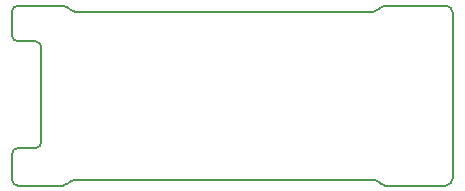
<source format=gm1>
%TF.GenerationSoftware,KiCad,Pcbnew,7.0.11*%
%TF.CreationDate,2025-12-26T11:46:50-08:00*%
%TF.ProjectId,uart-friend-c,75617274-2d66-4726-9965-6e642d632e6b,rev?*%
%TF.SameCoordinates,PX9765530PY6521e48*%
%TF.FileFunction,Profile,NP*%
%FSLAX46Y46*%
G04 Gerber Fmt 4.6, Leading zero omitted, Abs format (unit mm)*
G04 Created by KiCad (PCBNEW 7.0.11) date 2025-12-26 11:46:50*
%MOMM*%
%LPD*%
G01*
G04 APERTURE LIST*
%TA.AperFunction,Profile*%
%ADD10C,0.150000*%
%TD*%
G04 APERTURE END LIST*
D10*
X1084013Y1455987D02*
X1201987Y1592013D01*
X-3175000Y4453000D02*
G75*
G03*
X-3675000Y3953000I0J-500000D01*
G01*
X1651000Y16002000D02*
X26924000Y16002000D01*
X33020000Y16510000D02*
X27940000Y16510000D01*
X27940000Y1270000D02*
X33020000Y1270000D01*
X635000Y1270000D02*
G75*
G03*
X1084013Y1455987I0J635000D01*
G01*
X1201987Y16187987D02*
X1084013Y16324013D01*
X27490987Y1455987D02*
G75*
G03*
X27940000Y1270000I449013J449013D01*
G01*
X1201987Y16187987D02*
G75*
G03*
X1651000Y16002000I449013J449013D01*
G01*
X1651000Y1778000D02*
G75*
G03*
X1201987Y1592013I0J-635000D01*
G01*
X33655000Y15875000D02*
G75*
G03*
X33020000Y16510000I-635000J0D01*
G01*
X27373013Y1592013D02*
G75*
G03*
X26924000Y1778000I-449013J-449013D01*
G01*
X33020000Y1270000D02*
G75*
G03*
X33655000Y1905000I0J635000D01*
G01*
X27940000Y16510000D02*
G75*
G03*
X27490987Y16324013I0J-635000D01*
G01*
X33655000Y1905000D02*
X33655000Y15875000D01*
X27490987Y16324013D02*
X27373013Y16187987D01*
X-3175000Y13470000D02*
X-1675000Y13470000D01*
X-1675000Y4453000D02*
G75*
G03*
X-1175000Y4953000I0J500000D01*
G01*
X26924000Y16002000D02*
G75*
G03*
X27373013Y16187987I0J635000D01*
G01*
X-1175000Y4953000D02*
X-1175000Y12970000D01*
X-3175000Y1270000D02*
X635000Y1270000D01*
X1084013Y16324013D02*
G75*
G03*
X635000Y16510000I-449013J-449013D01*
G01*
X-3675000Y3953000D02*
X-3675000Y1770000D01*
X27373013Y1592013D02*
X27490987Y1455987D01*
X26924000Y1778000D02*
X1651000Y1778000D01*
X-1175000Y12970000D02*
G75*
G03*
X-1675000Y13470000I-500000J0D01*
G01*
X-3675000Y1770000D02*
G75*
G03*
X-3175000Y1270000I500000J0D01*
G01*
X-1675000Y4453000D02*
X-3175000Y4453000D01*
X-3175000Y16510000D02*
G75*
G03*
X-3675000Y16010000I0J-500000D01*
G01*
X-3675000Y13970000D02*
G75*
G03*
X-3175000Y13470000I500000J0D01*
G01*
X635000Y16510000D02*
X-3175000Y16510000D01*
X-3675000Y13970000D02*
X-3675000Y16010000D01*
M02*

</source>
